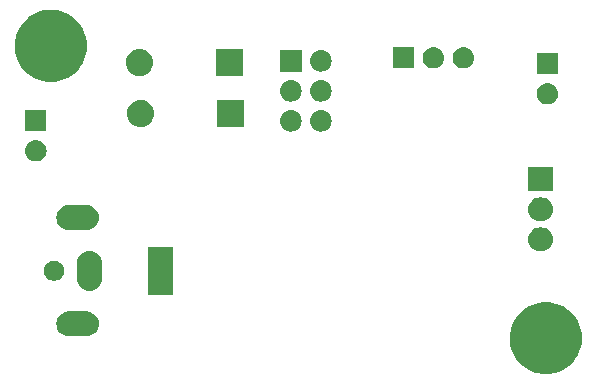
<source format=gbr>
G04 #@! TF.GenerationSoftware,KiCad,Pcbnew,(5.0.1)-4*
G04 #@! TF.CreationDate,2018-11-16T16:38:59+08:00*
G04 #@! TF.ProjectId,AILight,41494C696768742E6B696361645F7063,rev?*
G04 #@! TF.SameCoordinates,Original*
G04 #@! TF.FileFunction,Soldermask,Bot*
G04 #@! TF.FilePolarity,Negative*
%FSLAX46Y46*%
G04 Gerber Fmt 4.6, Leading zero omitted, Abs format (unit mm)*
G04 Created by KiCad (PCBNEW (5.0.1)-4) date 2018-11-16 16:38:59*
%MOMM*%
%LPD*%
G01*
G04 APERTURE LIST*
%ADD10C,0.100000*%
G04 APERTURE END LIST*
D10*
G36*
X59650170Y-83367879D02*
X59944868Y-83426498D01*
X60500067Y-83656469D01*
X60953584Y-83959500D01*
X60999736Y-83990338D01*
X61424662Y-84415264D01*
X61424664Y-84415267D01*
X61758531Y-84914933D01*
X61988502Y-85470132D01*
X62011450Y-85585500D01*
X62105740Y-86059527D01*
X62105740Y-86660473D01*
X62075051Y-86814757D01*
X61988502Y-87249868D01*
X61758531Y-87805067D01*
X61547335Y-88121143D01*
X61424662Y-88304736D01*
X60999736Y-88729662D01*
X60999733Y-88729664D01*
X60500067Y-89063531D01*
X59944868Y-89293502D01*
X59751325Y-89332000D01*
X59355473Y-89410740D01*
X58754527Y-89410740D01*
X58358675Y-89332000D01*
X58165132Y-89293502D01*
X57609933Y-89063531D01*
X57110267Y-88729664D01*
X57110264Y-88729662D01*
X56685338Y-88304736D01*
X56562665Y-88121143D01*
X56351469Y-87805067D01*
X56121498Y-87249868D01*
X56034949Y-86814757D01*
X56004260Y-86660473D01*
X56004260Y-86059527D01*
X56098550Y-85585500D01*
X56121498Y-85470132D01*
X56351469Y-84914933D01*
X56685336Y-84415267D01*
X56685338Y-84415264D01*
X57110264Y-83990338D01*
X57156416Y-83959500D01*
X57609933Y-83656469D01*
X58165132Y-83426498D01*
X58459830Y-83367879D01*
X58754527Y-83309260D01*
X59355473Y-83309260D01*
X59650170Y-83367879D01*
X59650170Y-83367879D01*
G37*
G36*
X20248510Y-84097041D02*
X20372032Y-84109207D01*
X20570146Y-84169305D01*
X20752729Y-84266897D01*
X20912765Y-84398235D01*
X21044103Y-84558271D01*
X21141695Y-84740854D01*
X21201793Y-84938968D01*
X21222085Y-85145000D01*
X21201793Y-85351032D01*
X21141695Y-85549146D01*
X21044103Y-85731729D01*
X20912765Y-85891765D01*
X20752729Y-86023103D01*
X20570146Y-86120695D01*
X20372032Y-86180793D01*
X20248510Y-86192959D01*
X20217631Y-86196000D01*
X18614369Y-86196000D01*
X18583490Y-86192959D01*
X18459968Y-86180793D01*
X18261854Y-86120695D01*
X18079271Y-86023103D01*
X17919235Y-85891765D01*
X17787897Y-85731729D01*
X17690305Y-85549146D01*
X17630207Y-85351032D01*
X17609915Y-85145000D01*
X17630207Y-84938968D01*
X17690305Y-84740854D01*
X17787897Y-84558271D01*
X17919235Y-84398235D01*
X18079271Y-84266897D01*
X18261854Y-84169305D01*
X18459968Y-84109207D01*
X18583490Y-84097041D01*
X18614369Y-84094000D01*
X20217631Y-84094000D01*
X20248510Y-84097041D01*
X20248510Y-84097041D01*
G37*
G36*
X27467000Y-82696000D02*
X25365000Y-82696000D01*
X25365000Y-78594000D01*
X27467000Y-78594000D01*
X27467000Y-82696000D01*
X27467000Y-82696000D01*
G37*
G36*
X20622032Y-78959207D02*
X20820146Y-79019305D01*
X21002729Y-79116897D01*
X21162765Y-79248235D01*
X21294103Y-79408271D01*
X21391695Y-79590854D01*
X21451793Y-79788968D01*
X21467000Y-79943370D01*
X21467000Y-81346630D01*
X21451793Y-81501032D01*
X21391695Y-81699146D01*
X21294103Y-81881729D01*
X21294101Y-81881731D01*
X21162768Y-82041762D01*
X21162766Y-82041763D01*
X21162765Y-82041765D01*
X21002729Y-82173103D01*
X20820145Y-82270695D01*
X20622031Y-82330793D01*
X20416000Y-82351085D01*
X20209968Y-82330793D01*
X20011854Y-82270695D01*
X19829271Y-82173103D01*
X19765257Y-82120568D01*
X19669238Y-82041768D01*
X19669237Y-82041766D01*
X19669235Y-82041765D01*
X19537897Y-81881729D01*
X19440305Y-81699145D01*
X19380207Y-81501031D01*
X19365000Y-81346629D01*
X19365000Y-79943369D01*
X19380207Y-79788972D01*
X19440306Y-79590852D01*
X19537899Y-79408269D01*
X19669236Y-79248235D01*
X19829270Y-79116899D01*
X19829272Y-79116897D01*
X20011855Y-79019305D01*
X20209969Y-78959207D01*
X20416000Y-78938915D01*
X20622032Y-78959207D01*
X20622032Y-78959207D01*
G37*
G36*
X17664228Y-79826703D02*
X17819100Y-79890853D01*
X17958481Y-79983985D01*
X18077015Y-80102519D01*
X18170147Y-80241900D01*
X18234297Y-80396772D01*
X18267000Y-80561184D01*
X18267000Y-80728816D01*
X18234297Y-80893228D01*
X18170147Y-81048100D01*
X18077015Y-81187481D01*
X17958481Y-81306015D01*
X17819100Y-81399147D01*
X17664228Y-81463297D01*
X17499816Y-81496000D01*
X17332184Y-81496000D01*
X17167772Y-81463297D01*
X17012900Y-81399147D01*
X16873519Y-81306015D01*
X16754985Y-81187481D01*
X16661853Y-81048100D01*
X16597703Y-80893228D01*
X16565000Y-80728816D01*
X16565000Y-80561184D01*
X16597703Y-80396772D01*
X16661853Y-80241900D01*
X16754985Y-80102519D01*
X16873519Y-79983985D01*
X17012900Y-79890853D01*
X17167772Y-79826703D01*
X17332184Y-79794000D01*
X17499816Y-79794000D01*
X17664228Y-79826703D01*
X17664228Y-79826703D01*
G37*
G36*
X58766264Y-76980308D02*
X58854720Y-76989020D01*
X59043881Y-77046401D01*
X59218212Y-77139583D01*
X59371015Y-77264985D01*
X59496417Y-77417788D01*
X59589599Y-77592119D01*
X59646980Y-77781280D01*
X59666355Y-77978000D01*
X59646980Y-78174720D01*
X59589599Y-78363881D01*
X59496417Y-78538212D01*
X59371015Y-78691015D01*
X59218212Y-78816417D01*
X59043881Y-78909599D01*
X58854720Y-78966980D01*
X58766264Y-78975692D01*
X58707296Y-78981500D01*
X58513704Y-78981500D01*
X58454736Y-78975692D01*
X58366280Y-78966980D01*
X58177119Y-78909599D01*
X58002788Y-78816417D01*
X57849985Y-78691015D01*
X57724583Y-78538212D01*
X57631401Y-78363881D01*
X57574020Y-78174720D01*
X57554645Y-77978000D01*
X57574020Y-77781280D01*
X57631401Y-77592119D01*
X57724583Y-77417788D01*
X57849985Y-77264985D01*
X58002788Y-77139583D01*
X58177119Y-77046401D01*
X58366280Y-76989020D01*
X58454736Y-76980308D01*
X58513704Y-76974500D01*
X58707296Y-76974500D01*
X58766264Y-76980308D01*
X58766264Y-76980308D01*
G37*
G36*
X20248510Y-75097041D02*
X20372032Y-75109207D01*
X20570146Y-75169305D01*
X20752729Y-75266897D01*
X20912765Y-75398235D01*
X21044103Y-75558271D01*
X21141695Y-75740854D01*
X21201793Y-75938968D01*
X21222085Y-76145000D01*
X21201793Y-76351032D01*
X21141695Y-76549146D01*
X21044103Y-76731729D01*
X20912765Y-76891765D01*
X20752729Y-77023103D01*
X20570146Y-77120695D01*
X20372032Y-77180793D01*
X20248510Y-77192959D01*
X20217631Y-77196000D01*
X18614369Y-77196000D01*
X18583490Y-77192959D01*
X18459968Y-77180793D01*
X18261854Y-77120695D01*
X18079271Y-77023103D01*
X17919235Y-76891765D01*
X17787897Y-76731729D01*
X17690305Y-76549146D01*
X17630207Y-76351032D01*
X17609915Y-76145000D01*
X17630207Y-75938968D01*
X17690305Y-75740854D01*
X17787897Y-75558271D01*
X17919235Y-75398235D01*
X18079271Y-75266897D01*
X18261854Y-75169305D01*
X18459968Y-75109207D01*
X18583490Y-75097041D01*
X18614369Y-75094000D01*
X20217631Y-75094000D01*
X20248510Y-75097041D01*
X20248510Y-75097041D01*
G37*
G36*
X58766264Y-74440308D02*
X58854720Y-74449020D01*
X59043881Y-74506401D01*
X59218212Y-74599583D01*
X59371015Y-74724985D01*
X59496417Y-74877788D01*
X59589599Y-75052119D01*
X59646980Y-75241280D01*
X59666355Y-75438000D01*
X59646980Y-75634720D01*
X59589599Y-75823881D01*
X59496417Y-75998212D01*
X59371015Y-76151015D01*
X59218212Y-76276417D01*
X59043881Y-76369599D01*
X58854720Y-76426980D01*
X58766264Y-76435692D01*
X58707296Y-76441500D01*
X58513704Y-76441500D01*
X58454736Y-76435692D01*
X58366280Y-76426980D01*
X58177119Y-76369599D01*
X58002788Y-76276417D01*
X57849985Y-76151015D01*
X57724583Y-75998212D01*
X57631401Y-75823881D01*
X57574020Y-75634720D01*
X57554645Y-75438000D01*
X57574020Y-75241280D01*
X57631401Y-75052119D01*
X57724583Y-74877788D01*
X57849985Y-74724985D01*
X58002788Y-74599583D01*
X58177119Y-74506401D01*
X58366280Y-74449020D01*
X58454736Y-74440308D01*
X58513704Y-74434500D01*
X58707296Y-74434500D01*
X58766264Y-74440308D01*
X58766264Y-74440308D01*
G37*
G36*
X59661500Y-73901500D02*
X57559500Y-73901500D01*
X57559500Y-71894500D01*
X59661500Y-71894500D01*
X59661500Y-73901500D01*
X59661500Y-73901500D01*
G37*
G36*
X15985442Y-69590518D02*
X16051627Y-69597037D01*
X16164853Y-69631384D01*
X16221467Y-69648557D01*
X16360087Y-69722652D01*
X16377991Y-69732222D01*
X16413729Y-69761552D01*
X16515186Y-69844814D01*
X16598448Y-69946271D01*
X16627778Y-69982009D01*
X16627779Y-69982011D01*
X16711443Y-70138533D01*
X16711443Y-70138534D01*
X16762963Y-70308373D01*
X16780359Y-70485000D01*
X16762963Y-70661627D01*
X16728616Y-70774853D01*
X16711443Y-70831467D01*
X16637348Y-70970087D01*
X16627778Y-70987991D01*
X16598448Y-71023729D01*
X16515186Y-71125186D01*
X16413729Y-71208448D01*
X16377991Y-71237778D01*
X16377989Y-71237779D01*
X16221467Y-71321443D01*
X16164853Y-71338616D01*
X16051627Y-71372963D01*
X15985442Y-71379482D01*
X15919260Y-71386000D01*
X15830740Y-71386000D01*
X15764558Y-71379482D01*
X15698373Y-71372963D01*
X15585147Y-71338616D01*
X15528533Y-71321443D01*
X15372011Y-71237779D01*
X15372009Y-71237778D01*
X15336271Y-71208448D01*
X15234814Y-71125186D01*
X15151552Y-71023729D01*
X15122222Y-70987991D01*
X15112652Y-70970087D01*
X15038557Y-70831467D01*
X15021384Y-70774853D01*
X14987037Y-70661627D01*
X14969641Y-70485000D01*
X14987037Y-70308373D01*
X15038557Y-70138534D01*
X15038557Y-70138533D01*
X15122221Y-69982011D01*
X15122222Y-69982009D01*
X15151552Y-69946271D01*
X15234814Y-69844814D01*
X15336271Y-69761552D01*
X15372009Y-69732222D01*
X15389913Y-69722652D01*
X15528533Y-69648557D01*
X15585147Y-69631384D01*
X15698373Y-69597037D01*
X15764558Y-69590518D01*
X15830740Y-69584000D01*
X15919260Y-69584000D01*
X15985442Y-69590518D01*
X15985442Y-69590518D01*
G37*
G36*
X40184294Y-67043633D02*
X40356694Y-67095931D01*
X40356696Y-67095932D01*
X40515583Y-67180859D01*
X40654849Y-67295151D01*
X40769141Y-67434417D01*
X40823243Y-67535635D01*
X40854069Y-67593306D01*
X40906367Y-67765706D01*
X40924025Y-67945000D01*
X40906367Y-68124294D01*
X40861665Y-68271653D01*
X40854068Y-68296696D01*
X40769141Y-68455583D01*
X40654849Y-68594849D01*
X40515583Y-68709141D01*
X40356696Y-68794068D01*
X40356694Y-68794069D01*
X40184294Y-68846367D01*
X40049931Y-68859600D01*
X39960069Y-68859600D01*
X39825706Y-68846367D01*
X39653306Y-68794069D01*
X39653304Y-68794068D01*
X39494417Y-68709141D01*
X39355151Y-68594849D01*
X39240859Y-68455583D01*
X39155932Y-68296696D01*
X39148335Y-68271653D01*
X39103633Y-68124294D01*
X39085975Y-67945000D01*
X39103633Y-67765706D01*
X39155931Y-67593306D01*
X39186757Y-67535635D01*
X39240859Y-67434417D01*
X39355151Y-67295151D01*
X39494417Y-67180859D01*
X39653304Y-67095932D01*
X39653306Y-67095931D01*
X39825706Y-67043633D01*
X39960069Y-67030400D01*
X40049931Y-67030400D01*
X40184294Y-67043633D01*
X40184294Y-67043633D01*
G37*
G36*
X37644294Y-67043633D02*
X37816694Y-67095931D01*
X37816696Y-67095932D01*
X37975583Y-67180859D01*
X38114849Y-67295151D01*
X38229141Y-67434417D01*
X38283243Y-67535635D01*
X38314069Y-67593306D01*
X38366367Y-67765706D01*
X38384025Y-67945000D01*
X38366367Y-68124294D01*
X38321665Y-68271653D01*
X38314068Y-68296696D01*
X38229141Y-68455583D01*
X38114849Y-68594849D01*
X37975583Y-68709141D01*
X37816696Y-68794068D01*
X37816694Y-68794069D01*
X37644294Y-68846367D01*
X37509931Y-68859600D01*
X37420069Y-68859600D01*
X37285706Y-68846367D01*
X37113306Y-68794069D01*
X37113304Y-68794068D01*
X36954417Y-68709141D01*
X36815151Y-68594849D01*
X36700859Y-68455583D01*
X36615932Y-68296696D01*
X36608335Y-68271653D01*
X36563633Y-68124294D01*
X36545975Y-67945000D01*
X36563633Y-67765706D01*
X36615931Y-67593306D01*
X36646757Y-67535635D01*
X36700859Y-67434417D01*
X36815151Y-67295151D01*
X36954417Y-67180859D01*
X37113304Y-67095932D01*
X37113306Y-67095931D01*
X37285706Y-67043633D01*
X37420069Y-67030400D01*
X37509931Y-67030400D01*
X37644294Y-67043633D01*
X37644294Y-67043633D01*
G37*
G36*
X16776000Y-68846000D02*
X14974000Y-68846000D01*
X14974000Y-67044000D01*
X16776000Y-67044000D01*
X16776000Y-68846000D01*
X16776000Y-68846000D01*
G37*
G36*
X33536000Y-68461000D02*
X31234000Y-68461000D01*
X31234000Y-66159000D01*
X33536000Y-66159000D01*
X33536000Y-68461000D01*
X33536000Y-68461000D01*
G37*
G36*
X24889180Y-66165662D02*
X24990635Y-66175654D01*
X25207600Y-66241470D01*
X25207602Y-66241471D01*
X25207605Y-66241472D01*
X25407556Y-66348347D01*
X25582818Y-66492182D01*
X25726653Y-66667444D01*
X25833528Y-66867395D01*
X25833529Y-66867398D01*
X25833530Y-66867400D01*
X25899346Y-67084365D01*
X25921569Y-67310000D01*
X25899346Y-67535635D01*
X25833530Y-67752600D01*
X25833528Y-67752605D01*
X25726653Y-67952556D01*
X25582818Y-68127818D01*
X25407556Y-68271653D01*
X25207605Y-68378528D01*
X25207602Y-68378529D01*
X25207600Y-68378530D01*
X24990635Y-68444346D01*
X24889180Y-68454338D01*
X24821545Y-68461000D01*
X24708455Y-68461000D01*
X24640820Y-68454338D01*
X24539365Y-68444346D01*
X24322400Y-68378530D01*
X24322398Y-68378529D01*
X24322395Y-68378528D01*
X24122444Y-68271653D01*
X23947182Y-68127818D01*
X23803347Y-67952556D01*
X23696472Y-67752605D01*
X23696470Y-67752600D01*
X23630654Y-67535635D01*
X23608431Y-67310000D01*
X23630654Y-67084365D01*
X23696470Y-66867400D01*
X23696471Y-66867398D01*
X23696472Y-66867395D01*
X23803347Y-66667444D01*
X23947182Y-66492182D01*
X24122444Y-66348347D01*
X24322395Y-66241472D01*
X24322398Y-66241471D01*
X24322400Y-66241470D01*
X24539365Y-66175654D01*
X24640820Y-66165662D01*
X24708455Y-66159000D01*
X24821545Y-66159000D01*
X24889180Y-66165662D01*
X24889180Y-66165662D01*
G37*
G36*
X59292443Y-64764519D02*
X59358627Y-64771037D01*
X59471853Y-64805384D01*
X59528467Y-64822557D01*
X59662904Y-64894416D01*
X59684991Y-64906222D01*
X59720729Y-64935552D01*
X59822186Y-65018814D01*
X59905448Y-65120271D01*
X59934778Y-65156009D01*
X59934779Y-65156011D01*
X60018443Y-65312533D01*
X60018443Y-65312534D01*
X60069963Y-65482373D01*
X60087359Y-65659000D01*
X60069963Y-65835627D01*
X60045708Y-65915584D01*
X60018443Y-66005467D01*
X59992047Y-66054849D01*
X59934778Y-66161991D01*
X59928910Y-66169141D01*
X59822186Y-66299186D01*
X59720729Y-66382448D01*
X59684991Y-66411778D01*
X59684989Y-66411779D01*
X59528467Y-66495443D01*
X59471853Y-66512616D01*
X59358627Y-66546963D01*
X59292442Y-66553482D01*
X59226260Y-66560000D01*
X59137740Y-66560000D01*
X59071558Y-66553482D01*
X59005373Y-66546963D01*
X58892147Y-66512616D01*
X58835533Y-66495443D01*
X58679011Y-66411779D01*
X58679009Y-66411778D01*
X58643271Y-66382448D01*
X58541814Y-66299186D01*
X58435090Y-66169141D01*
X58429222Y-66161991D01*
X58371953Y-66054849D01*
X58345557Y-66005467D01*
X58318292Y-65915584D01*
X58294037Y-65835627D01*
X58276641Y-65659000D01*
X58294037Y-65482373D01*
X58345557Y-65312534D01*
X58345557Y-65312533D01*
X58429221Y-65156011D01*
X58429222Y-65156009D01*
X58458552Y-65120271D01*
X58541814Y-65018814D01*
X58643271Y-64935552D01*
X58679009Y-64906222D01*
X58701096Y-64894416D01*
X58835533Y-64822557D01*
X58892147Y-64805384D01*
X59005373Y-64771037D01*
X59071557Y-64764519D01*
X59137740Y-64758000D01*
X59226260Y-64758000D01*
X59292443Y-64764519D01*
X59292443Y-64764519D01*
G37*
G36*
X40184294Y-64503633D02*
X40356694Y-64555931D01*
X40356696Y-64555932D01*
X40515583Y-64640859D01*
X40654849Y-64755151D01*
X40769141Y-64894417D01*
X40835633Y-65018814D01*
X40854069Y-65053306D01*
X40906367Y-65225706D01*
X40924025Y-65405000D01*
X40906367Y-65584294D01*
X40854069Y-65756694D01*
X40854068Y-65756696D01*
X40769141Y-65915583D01*
X40654849Y-66054849D01*
X40515583Y-66169141D01*
X40380265Y-66241470D01*
X40356694Y-66254069D01*
X40184294Y-66306367D01*
X40049931Y-66319600D01*
X39960069Y-66319600D01*
X39825706Y-66306367D01*
X39653306Y-66254069D01*
X39629735Y-66241470D01*
X39494417Y-66169141D01*
X39355151Y-66054849D01*
X39240859Y-65915583D01*
X39155932Y-65756696D01*
X39155931Y-65756694D01*
X39103633Y-65584294D01*
X39085975Y-65405000D01*
X39103633Y-65225706D01*
X39155931Y-65053306D01*
X39174367Y-65018814D01*
X39240859Y-64894417D01*
X39355151Y-64755151D01*
X39494417Y-64640859D01*
X39653304Y-64555932D01*
X39653306Y-64555931D01*
X39825706Y-64503633D01*
X39960069Y-64490400D01*
X40049931Y-64490400D01*
X40184294Y-64503633D01*
X40184294Y-64503633D01*
G37*
G36*
X37644294Y-64503633D02*
X37816694Y-64555931D01*
X37816696Y-64555932D01*
X37975583Y-64640859D01*
X38114849Y-64755151D01*
X38229141Y-64894417D01*
X38295633Y-65018814D01*
X38314069Y-65053306D01*
X38366367Y-65225706D01*
X38384025Y-65405000D01*
X38366367Y-65584294D01*
X38314069Y-65756694D01*
X38314068Y-65756696D01*
X38229141Y-65915583D01*
X38114849Y-66054849D01*
X37975583Y-66169141D01*
X37840265Y-66241470D01*
X37816694Y-66254069D01*
X37644294Y-66306367D01*
X37509931Y-66319600D01*
X37420069Y-66319600D01*
X37285706Y-66306367D01*
X37113306Y-66254069D01*
X37089735Y-66241470D01*
X36954417Y-66169141D01*
X36815151Y-66054849D01*
X36700859Y-65915583D01*
X36615932Y-65756696D01*
X36615931Y-65756694D01*
X36563633Y-65584294D01*
X36545975Y-65405000D01*
X36563633Y-65225706D01*
X36615931Y-65053306D01*
X36634367Y-65018814D01*
X36700859Y-64894417D01*
X36815151Y-64755151D01*
X36954417Y-64640859D01*
X37113304Y-64555932D01*
X37113306Y-64555931D01*
X37285706Y-64503633D01*
X37420069Y-64490400D01*
X37509931Y-64490400D01*
X37644294Y-64503633D01*
X37644294Y-64503633D01*
G37*
G36*
X17740170Y-58602879D02*
X18034868Y-58661498D01*
X18590067Y-58891469D01*
X19043584Y-59194500D01*
X19089736Y-59225338D01*
X19514662Y-59650264D01*
X19514664Y-59650267D01*
X19848531Y-60149933D01*
X20078502Y-60705132D01*
X20101450Y-60820500D01*
X20195740Y-61294527D01*
X20195740Y-61895473D01*
X20171779Y-62015931D01*
X20078502Y-62484868D01*
X19848531Y-63040067D01*
X19632233Y-63363779D01*
X19514662Y-63539736D01*
X19089736Y-63964662D01*
X19089733Y-63964664D01*
X18590067Y-64298531D01*
X18034868Y-64528502D01*
X17841325Y-64567000D01*
X17445473Y-64645740D01*
X16844527Y-64645740D01*
X16448675Y-64567000D01*
X16255132Y-64528502D01*
X15699933Y-64298531D01*
X15200267Y-63964664D01*
X15200264Y-63964662D01*
X14775338Y-63539736D01*
X14657767Y-63363779D01*
X14441469Y-63040067D01*
X14211498Y-62484868D01*
X14118221Y-62015931D01*
X14094260Y-61895473D01*
X14094260Y-61294527D01*
X14188550Y-60820500D01*
X14211498Y-60705132D01*
X14441469Y-60149933D01*
X14775336Y-59650267D01*
X14775338Y-59650264D01*
X15200264Y-59225338D01*
X15246416Y-59194500D01*
X15699933Y-58891469D01*
X16255132Y-58661498D01*
X16549830Y-58602879D01*
X16844527Y-58544260D01*
X17445473Y-58544260D01*
X17740170Y-58602879D01*
X17740170Y-58602879D01*
G37*
G36*
X24762180Y-61847662D02*
X24863635Y-61857654D01*
X25080600Y-61923470D01*
X25080602Y-61923471D01*
X25080605Y-61923472D01*
X25280556Y-62030347D01*
X25455818Y-62174182D01*
X25599653Y-62349444D01*
X25706528Y-62549395D01*
X25706529Y-62549398D01*
X25706530Y-62549400D01*
X25772346Y-62766365D01*
X25794569Y-62992000D01*
X25772346Y-63217635D01*
X25724432Y-63375584D01*
X25706528Y-63434605D01*
X25599653Y-63634556D01*
X25455818Y-63809818D01*
X25280556Y-63953653D01*
X25080605Y-64060528D01*
X25080602Y-64060529D01*
X25080600Y-64060530D01*
X24863635Y-64126346D01*
X24762180Y-64136338D01*
X24694545Y-64143000D01*
X24581455Y-64143000D01*
X24513820Y-64136338D01*
X24412365Y-64126346D01*
X24195400Y-64060530D01*
X24195398Y-64060529D01*
X24195395Y-64060528D01*
X23995444Y-63953653D01*
X23820182Y-63809818D01*
X23676347Y-63634556D01*
X23569472Y-63434605D01*
X23551568Y-63375584D01*
X23503654Y-63217635D01*
X23481431Y-62992000D01*
X23503654Y-62766365D01*
X23569470Y-62549400D01*
X23569471Y-62549398D01*
X23569472Y-62549395D01*
X23676347Y-62349444D01*
X23820182Y-62174182D01*
X23995444Y-62030347D01*
X24195395Y-61923472D01*
X24195398Y-61923471D01*
X24195400Y-61923470D01*
X24412365Y-61857654D01*
X24513820Y-61847662D01*
X24581455Y-61841000D01*
X24694545Y-61841000D01*
X24762180Y-61847662D01*
X24762180Y-61847662D01*
G37*
G36*
X33409000Y-64143000D02*
X31107000Y-64143000D01*
X31107000Y-61841000D01*
X33409000Y-61841000D01*
X33409000Y-64143000D01*
X33409000Y-64143000D01*
G37*
G36*
X60083000Y-64020000D02*
X58281000Y-64020000D01*
X58281000Y-62218000D01*
X60083000Y-62218000D01*
X60083000Y-64020000D01*
X60083000Y-64020000D01*
G37*
G36*
X38379600Y-63779600D02*
X36550400Y-63779600D01*
X36550400Y-61950400D01*
X38379600Y-61950400D01*
X38379600Y-63779600D01*
X38379600Y-63779600D01*
G37*
G36*
X40184294Y-61963633D02*
X40356694Y-62015931D01*
X40356696Y-62015932D01*
X40515583Y-62100859D01*
X40654849Y-62215151D01*
X40769141Y-62354417D01*
X40840276Y-62487501D01*
X40854069Y-62513306D01*
X40906367Y-62685706D01*
X40924025Y-62865000D01*
X40906367Y-63044294D01*
X40859414Y-63199074D01*
X40854068Y-63216696D01*
X40769141Y-63375583D01*
X40654849Y-63514849D01*
X40515583Y-63629141D01*
X40431796Y-63673926D01*
X40356694Y-63714069D01*
X40184294Y-63766367D01*
X40049931Y-63779600D01*
X39960069Y-63779600D01*
X39825706Y-63766367D01*
X39653306Y-63714069D01*
X39578204Y-63673926D01*
X39494417Y-63629141D01*
X39355151Y-63514849D01*
X39240859Y-63375583D01*
X39155932Y-63216696D01*
X39150586Y-63199074D01*
X39103633Y-63044294D01*
X39085975Y-62865000D01*
X39103633Y-62685706D01*
X39155931Y-62513306D01*
X39169724Y-62487501D01*
X39240859Y-62354417D01*
X39355151Y-62215151D01*
X39494417Y-62100859D01*
X39653304Y-62015932D01*
X39653306Y-62015931D01*
X39825706Y-61963633D01*
X39960069Y-61950400D01*
X40049931Y-61950400D01*
X40184294Y-61963633D01*
X40184294Y-61963633D01*
G37*
G36*
X47891000Y-63512000D02*
X46089000Y-63512000D01*
X46089000Y-61710000D01*
X47891000Y-61710000D01*
X47891000Y-63512000D01*
X47891000Y-63512000D01*
G37*
G36*
X52180442Y-61716518D02*
X52246627Y-61723037D01*
X52359853Y-61757384D01*
X52416467Y-61774557D01*
X52524201Y-61832143D01*
X52572991Y-61858222D01*
X52608729Y-61887552D01*
X52710186Y-61970814D01*
X52793448Y-62072271D01*
X52822778Y-62108009D01*
X52822779Y-62108011D01*
X52906443Y-62264533D01*
X52906443Y-62264534D01*
X52957963Y-62434373D01*
X52975359Y-62611000D01*
X52957963Y-62787627D01*
X52948641Y-62818357D01*
X52906443Y-62957467D01*
X52862292Y-63040066D01*
X52822778Y-63113991D01*
X52805065Y-63135574D01*
X52710186Y-63251186D01*
X52608729Y-63334448D01*
X52572991Y-63363778D01*
X52572989Y-63363779D01*
X52416467Y-63447443D01*
X52359853Y-63464616D01*
X52246627Y-63498963D01*
X52194469Y-63504100D01*
X52114260Y-63512000D01*
X52025740Y-63512000D01*
X51945531Y-63504100D01*
X51893373Y-63498963D01*
X51780147Y-63464616D01*
X51723533Y-63447443D01*
X51567011Y-63363779D01*
X51567009Y-63363778D01*
X51531271Y-63334448D01*
X51429814Y-63251186D01*
X51334935Y-63135574D01*
X51317222Y-63113991D01*
X51277708Y-63040066D01*
X51233557Y-62957467D01*
X51191359Y-62818357D01*
X51182037Y-62787627D01*
X51164641Y-62611000D01*
X51182037Y-62434373D01*
X51233557Y-62264534D01*
X51233557Y-62264533D01*
X51317221Y-62108011D01*
X51317222Y-62108009D01*
X51346552Y-62072271D01*
X51429814Y-61970814D01*
X51531271Y-61887552D01*
X51567009Y-61858222D01*
X51615799Y-61832143D01*
X51723533Y-61774557D01*
X51780147Y-61757384D01*
X51893373Y-61723037D01*
X51959558Y-61716518D01*
X52025740Y-61710000D01*
X52114260Y-61710000D01*
X52180442Y-61716518D01*
X52180442Y-61716518D01*
G37*
G36*
X49640442Y-61716518D02*
X49706627Y-61723037D01*
X49819853Y-61757384D01*
X49876467Y-61774557D01*
X49984201Y-61832143D01*
X50032991Y-61858222D01*
X50068729Y-61887552D01*
X50170186Y-61970814D01*
X50253448Y-62072271D01*
X50282778Y-62108009D01*
X50282779Y-62108011D01*
X50366443Y-62264533D01*
X50366443Y-62264534D01*
X50417963Y-62434373D01*
X50435359Y-62611000D01*
X50417963Y-62787627D01*
X50408641Y-62818357D01*
X50366443Y-62957467D01*
X50322292Y-63040066D01*
X50282778Y-63113991D01*
X50265065Y-63135574D01*
X50170186Y-63251186D01*
X50068729Y-63334448D01*
X50032991Y-63363778D01*
X50032989Y-63363779D01*
X49876467Y-63447443D01*
X49819853Y-63464616D01*
X49706627Y-63498963D01*
X49654469Y-63504100D01*
X49574260Y-63512000D01*
X49485740Y-63512000D01*
X49405531Y-63504100D01*
X49353373Y-63498963D01*
X49240147Y-63464616D01*
X49183533Y-63447443D01*
X49027011Y-63363779D01*
X49027009Y-63363778D01*
X48991271Y-63334448D01*
X48889814Y-63251186D01*
X48794935Y-63135574D01*
X48777222Y-63113991D01*
X48737708Y-63040066D01*
X48693557Y-62957467D01*
X48651359Y-62818357D01*
X48642037Y-62787627D01*
X48624641Y-62611000D01*
X48642037Y-62434373D01*
X48693557Y-62264534D01*
X48693557Y-62264533D01*
X48777221Y-62108011D01*
X48777222Y-62108009D01*
X48806552Y-62072271D01*
X48889814Y-61970814D01*
X48991271Y-61887552D01*
X49027009Y-61858222D01*
X49075799Y-61832143D01*
X49183533Y-61774557D01*
X49240147Y-61757384D01*
X49353373Y-61723037D01*
X49419558Y-61716518D01*
X49485740Y-61710000D01*
X49574260Y-61710000D01*
X49640442Y-61716518D01*
X49640442Y-61716518D01*
G37*
M02*

</source>
